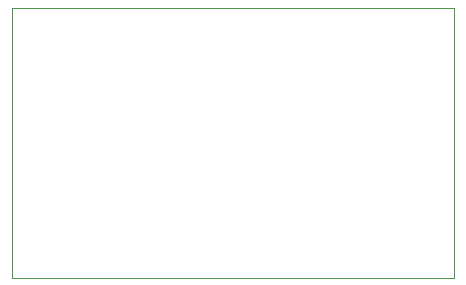
<source format=gbr>
%TF.GenerationSoftware,KiCad,Pcbnew,(6.0.0)*%
%TF.CreationDate,2022-04-01T13:35:42-04:00*%
%TF.ProjectId,heatedGrip,68656174-6564-4477-9269-702e6b696361,rev?*%
%TF.SameCoordinates,Original*%
%TF.FileFunction,Profile,NP*%
%FSLAX46Y46*%
G04 Gerber Fmt 4.6, Leading zero omitted, Abs format (unit mm)*
G04 Created by KiCad (PCBNEW (6.0.0)) date 2022-04-01 13:35:42*
%MOMM*%
%LPD*%
G01*
G04 APERTURE LIST*
%TA.AperFunction,Profile*%
%ADD10C,0.100000*%
%TD*%
G04 APERTURE END LIST*
D10*
X138430000Y-81280000D02*
X175895000Y-81280000D01*
X175895000Y-81280000D02*
X175895000Y-104140000D01*
X175895000Y-104140000D02*
X138430000Y-104140000D01*
X138430000Y-104140000D02*
X138430000Y-81280000D01*
M02*

</source>
